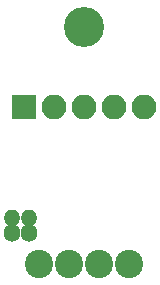
<source format=gbr>
G04 #@! TF.FileFunction,Soldermask,Bot*
%FSLAX46Y46*%
G04 Gerber Fmt 4.6, Leading zero omitted, Abs format (unit mm)*
G04 Created by KiCad (PCBNEW 4.0.6) date 11/10/17 20:31:32*
%MOMM*%
%LPD*%
G01*
G04 APERTURE LIST*
%ADD10C,0.100000*%
%ADD11R,2.100000X2.100000*%
%ADD12O,2.100000X2.100000*%
%ADD13O,1.400000X1.500000*%
%ADD14O,1.400000X1.400000*%
%ADD15C,2.400000*%
%ADD16O,3.400000X3.400000*%
G04 APERTURE END LIST*
D10*
D11*
X126905000Y-106760000D03*
D12*
X129445000Y-106760000D03*
X131985000Y-106760000D03*
X134525000Y-106760000D03*
X137065000Y-106760000D03*
D13*
X127286000Y-117428000D03*
D14*
X127286000Y-116158000D03*
D13*
X125889000Y-117428000D03*
D14*
X125889000Y-116158000D03*
D15*
X135795000Y-120095000D03*
X133255000Y-120095000D03*
X130715000Y-120095000D03*
X128175000Y-120095000D03*
D16*
X132000000Y-100000000D03*
M02*

</source>
